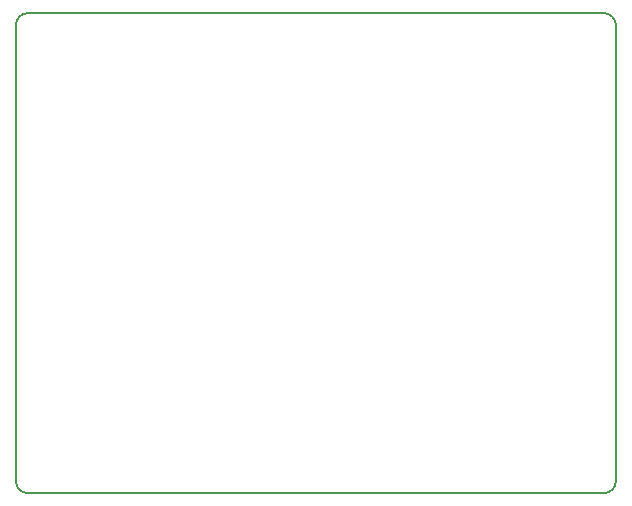
<source format=gko>
G04 DipTrace 2.4.0.2*
%INBoardOutline.gbr*%
%MOIN*%
%ADD11C,0.0055*%
%FSLAX44Y44*%
G04*
G70*
G90*
G75*
G01*
%LNBoardOutline*%
%LPD*%
X4340Y3940D2*
D11*
X23540D1*
G03X23940Y4340I0J400D01*
G01*
Y19540D1*
G03X23540Y19940I-400J0D01*
G01*
X4340D1*
G03X3940Y19540I0J-400D01*
G01*
Y4340D1*
G03X4340Y3940I400J0D01*
G01*
M02*

</source>
